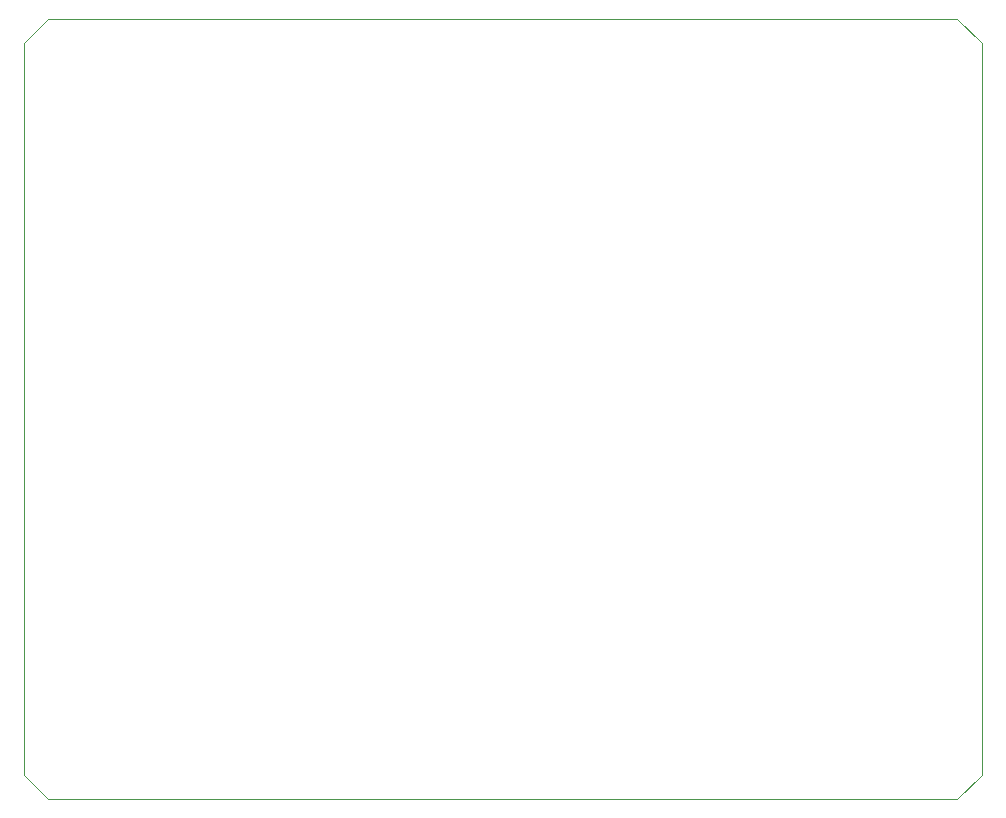
<source format=gbp>
G75*
%MOIN*%
%OFA0B0*%
%FSLAX25Y25*%
%IPPOS*%
%LPD*%
%AMOC8*
5,1,8,0,0,1.08239X$1,22.5*
%
%ADD10C,0.00000*%
D10*
X0001000Y0008874D02*
X0001000Y0252969D01*
X0008874Y0260843D01*
X0312024Y0260843D01*
X0320409Y0252969D01*
X0320409Y0008874D01*
X0312024Y0001000D01*
X0008874Y0001000D01*
X0001000Y0008874D01*
M02*

</source>
